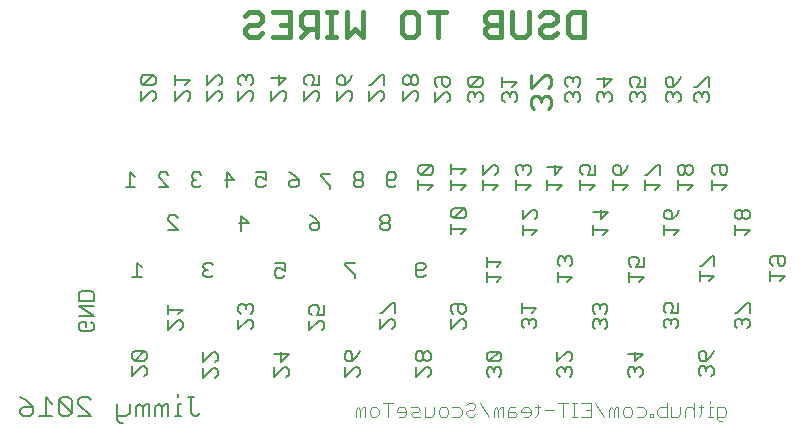
<source format=gbo>
G75*
%MOIN*%
%OFA0B0*%
%FSLAX25Y25*%
%IPPOS*%
%LPD*%
%AMOC8*
5,1,8,0,0,1.08239X$1,22.5*
%
%ADD10C,0.00700*%
%ADD11C,0.00900*%
%ADD12C,0.00600*%
%ADD13C,0.01700*%
%ADD14C,0.00400*%
D10*
X0178492Y0038527D02*
X0178492Y0040162D01*
X0179309Y0040979D01*
X0180944Y0040979D01*
X0180944Y0039345D01*
X0182578Y0040979D02*
X0183396Y0040162D01*
X0183396Y0038527D01*
X0182578Y0037710D01*
X0179309Y0037710D01*
X0178492Y0038527D01*
X0178492Y0042866D02*
X0183396Y0042866D01*
X0178492Y0046136D01*
X0183396Y0046136D01*
X0183396Y0048023D02*
X0183396Y0050475D01*
X0182578Y0051292D01*
X0179309Y0051292D01*
X0178492Y0050475D01*
X0178492Y0048023D01*
X0183396Y0048023D01*
X0196306Y0055786D02*
X0199575Y0055786D01*
X0197941Y0055786D02*
X0197941Y0060690D01*
X0199575Y0059056D01*
X0219975Y0059056D02*
X0220793Y0058238D01*
X0219975Y0057421D01*
X0219975Y0056604D01*
X0220793Y0055786D01*
X0222427Y0055786D01*
X0223245Y0056604D01*
X0221610Y0058238D02*
X0220793Y0058238D01*
X0219975Y0059056D02*
X0219975Y0059873D01*
X0220793Y0060690D01*
X0222427Y0060690D01*
X0223245Y0059873D01*
X0243751Y0060494D02*
X0247020Y0060494D01*
X0247020Y0058041D01*
X0245385Y0058859D01*
X0244568Y0058859D01*
X0243751Y0058041D01*
X0243751Y0056407D01*
X0244568Y0055589D01*
X0246203Y0055589D01*
X0247020Y0056407D01*
X0256081Y0046470D02*
X0255263Y0045652D01*
X0255263Y0044018D01*
X0256081Y0043200D01*
X0257715Y0043200D02*
X0258533Y0044835D01*
X0258533Y0045652D01*
X0257715Y0046470D01*
X0256081Y0046470D01*
X0260167Y0046470D02*
X0260167Y0043200D01*
X0257715Y0043200D01*
X0258533Y0041313D02*
X0259350Y0041313D01*
X0260167Y0040496D01*
X0260167Y0038861D01*
X0259350Y0038044D01*
X0258533Y0041313D02*
X0255263Y0038044D01*
X0255263Y0041313D01*
X0236498Y0040890D02*
X0236498Y0039255D01*
X0235681Y0038438D01*
X0236498Y0040890D02*
X0235681Y0041707D01*
X0234863Y0041707D01*
X0231594Y0038438D01*
X0231594Y0041707D01*
X0232411Y0043594D02*
X0231594Y0044411D01*
X0231594Y0046046D01*
X0232411Y0046864D01*
X0233229Y0046864D01*
X0234046Y0046046D01*
X0234046Y0045229D01*
X0234046Y0046046D02*
X0234863Y0046864D01*
X0235681Y0046864D01*
X0236498Y0046046D01*
X0236498Y0044411D01*
X0235681Y0043594D01*
X0213010Y0045032D02*
X0211375Y0043397D01*
X0211375Y0041510D02*
X0212193Y0041510D01*
X0213010Y0040693D01*
X0213010Y0039058D01*
X0212193Y0038241D01*
X0211375Y0041510D02*
X0208106Y0038241D01*
X0208106Y0041510D01*
X0208106Y0043397D02*
X0208106Y0046667D01*
X0208106Y0045032D02*
X0213010Y0045032D01*
X0219850Y0030722D02*
X0219850Y0027452D01*
X0223119Y0030722D01*
X0223937Y0030722D01*
X0224754Y0029904D01*
X0224754Y0028270D01*
X0223937Y0027452D01*
X0223937Y0025565D02*
X0224754Y0024748D01*
X0224754Y0023113D01*
X0223937Y0022296D01*
X0223119Y0025565D02*
X0219850Y0022296D01*
X0219850Y0025565D01*
X0223119Y0025565D02*
X0223937Y0025565D01*
X0243429Y0025762D02*
X0243429Y0022493D01*
X0246698Y0025762D01*
X0247515Y0025762D01*
X0248333Y0024945D01*
X0248333Y0023310D01*
X0247515Y0022493D01*
X0245881Y0027649D02*
X0245881Y0030919D01*
X0243429Y0030101D02*
X0248333Y0030101D01*
X0245881Y0027649D01*
X0267098Y0028663D02*
X0267915Y0027846D01*
X0269550Y0027846D01*
X0269550Y0030298D01*
X0268733Y0031116D01*
X0267915Y0031116D01*
X0267098Y0030298D01*
X0267098Y0028663D01*
X0269550Y0027846D02*
X0271185Y0029481D01*
X0272002Y0031116D01*
X0271185Y0025959D02*
X0272002Y0025142D01*
X0272002Y0023507D01*
X0271185Y0022690D01*
X0270367Y0025959D02*
X0267098Y0022690D01*
X0267098Y0025959D01*
X0270367Y0025959D02*
X0271185Y0025959D01*
X0290767Y0025959D02*
X0290767Y0022690D01*
X0294037Y0025959D01*
X0294854Y0025959D01*
X0295671Y0025142D01*
X0295671Y0023507D01*
X0294854Y0022690D01*
X0294854Y0027846D02*
X0294037Y0027846D01*
X0293219Y0028663D01*
X0293219Y0030298D01*
X0292402Y0031116D01*
X0291585Y0031116D01*
X0290767Y0030298D01*
X0290767Y0028663D01*
X0291585Y0027846D01*
X0292402Y0027846D01*
X0293219Y0028663D01*
X0293219Y0030298D02*
X0294037Y0031116D01*
X0294854Y0031116D01*
X0295671Y0030298D01*
X0295671Y0028663D01*
X0294854Y0027846D01*
X0314346Y0028557D02*
X0315163Y0027740D01*
X0318433Y0031009D01*
X0315163Y0031009D01*
X0314346Y0030192D01*
X0314346Y0028557D01*
X0315163Y0027740D02*
X0318433Y0027740D01*
X0319250Y0028557D01*
X0319250Y0030192D01*
X0318433Y0031009D01*
X0318433Y0025853D02*
X0317615Y0025853D01*
X0316798Y0025035D01*
X0315981Y0025853D01*
X0315163Y0025853D01*
X0314346Y0025035D01*
X0314346Y0023401D01*
X0315163Y0022583D01*
X0316798Y0024218D02*
X0316798Y0025035D01*
X0318433Y0025853D02*
X0319250Y0025035D01*
X0319250Y0023401D01*
X0318433Y0022583D01*
X0337948Y0023401D02*
X0338766Y0022583D01*
X0337948Y0023401D02*
X0337948Y0025035D01*
X0338766Y0025853D01*
X0339583Y0025853D01*
X0340400Y0025035D01*
X0340400Y0024218D01*
X0340400Y0025035D02*
X0341218Y0025853D01*
X0342035Y0025853D01*
X0342852Y0025035D01*
X0342852Y0023401D01*
X0342035Y0022583D01*
X0342035Y0027740D02*
X0342852Y0028557D01*
X0342852Y0030192D01*
X0342035Y0031009D01*
X0341218Y0031009D01*
X0337948Y0027740D01*
X0337948Y0031009D01*
X0330161Y0038725D02*
X0330978Y0039542D01*
X0330978Y0041177D01*
X0330161Y0041995D01*
X0329344Y0041995D01*
X0328526Y0041177D01*
X0327709Y0041995D01*
X0326892Y0041995D01*
X0326074Y0041177D01*
X0326074Y0039542D01*
X0326892Y0038725D01*
X0328526Y0040360D02*
X0328526Y0041177D01*
X0329344Y0043881D02*
X0330978Y0045516D01*
X0326074Y0045516D01*
X0326074Y0043881D02*
X0326074Y0047151D01*
X0317694Y0054142D02*
X0319329Y0055777D01*
X0314425Y0055777D01*
X0314425Y0054142D02*
X0314425Y0057412D01*
X0314425Y0059299D02*
X0314425Y0062568D01*
X0314425Y0060934D02*
X0319329Y0060934D01*
X0317694Y0059299D01*
X0338003Y0060313D02*
X0338821Y0059496D01*
X0338003Y0060313D02*
X0338003Y0061948D01*
X0338821Y0062765D01*
X0339638Y0062765D01*
X0340455Y0061948D01*
X0340455Y0061130D01*
X0340455Y0061948D02*
X0341273Y0062765D01*
X0342090Y0062765D01*
X0342908Y0061948D01*
X0342908Y0060313D01*
X0342090Y0059496D01*
X0338003Y0057609D02*
X0338003Y0054339D01*
X0338003Y0055974D02*
X0342908Y0055974D01*
X0341273Y0054339D01*
X0349759Y0046137D02*
X0350577Y0046954D01*
X0351394Y0046954D01*
X0352211Y0046137D01*
X0352211Y0045319D01*
X0352211Y0046137D02*
X0353029Y0046954D01*
X0353846Y0046954D01*
X0354663Y0046137D01*
X0354663Y0044502D01*
X0353846Y0043685D01*
X0353846Y0041798D02*
X0353029Y0041798D01*
X0352211Y0040980D01*
X0351394Y0041798D01*
X0350577Y0041798D01*
X0349759Y0040980D01*
X0349759Y0039346D01*
X0350577Y0038528D01*
X0352211Y0040163D02*
X0352211Y0040980D01*
X0353846Y0041798D02*
X0354663Y0040980D01*
X0354663Y0039346D01*
X0353846Y0038528D01*
X0350577Y0043685D02*
X0349759Y0044502D01*
X0349759Y0046137D01*
X0361779Y0054142D02*
X0361779Y0057412D01*
X0361779Y0055777D02*
X0366683Y0055777D01*
X0365048Y0054142D01*
X0364231Y0059299D02*
X0365048Y0060934D01*
X0365048Y0061751D01*
X0364231Y0062568D01*
X0362596Y0062568D01*
X0361779Y0061751D01*
X0361779Y0060116D01*
X0362596Y0059299D01*
X0364231Y0059299D02*
X0366683Y0059299D01*
X0366683Y0062568D01*
X0373614Y0069890D02*
X0373614Y0073160D01*
X0373614Y0071525D02*
X0378518Y0071525D01*
X0376883Y0069890D01*
X0376066Y0075047D02*
X0374431Y0075047D01*
X0373614Y0075864D01*
X0373614Y0077499D01*
X0374431Y0078316D01*
X0375248Y0078316D01*
X0376066Y0077499D01*
X0376066Y0075047D01*
X0377700Y0076682D01*
X0378518Y0078316D01*
X0378098Y0084812D02*
X0378098Y0088081D01*
X0378098Y0086446D02*
X0383002Y0086446D01*
X0381367Y0084812D01*
X0389598Y0084812D02*
X0389598Y0088081D01*
X0389598Y0086446D02*
X0394502Y0086446D01*
X0392867Y0084812D01*
X0392867Y0089968D02*
X0392050Y0090785D01*
X0392050Y0093238D01*
X0390415Y0093238D02*
X0393685Y0093238D01*
X0394502Y0092420D01*
X0394502Y0090785D01*
X0393685Y0089968D01*
X0392867Y0089968D01*
X0390415Y0089968D02*
X0389598Y0090785D01*
X0389598Y0092420D01*
X0390415Y0093238D01*
X0383002Y0092420D02*
X0383002Y0090785D01*
X0382185Y0089968D01*
X0381367Y0089968D01*
X0380550Y0090785D01*
X0380550Y0092420D01*
X0379733Y0093238D01*
X0378915Y0093238D01*
X0378098Y0092420D01*
X0378098Y0090785D01*
X0378915Y0089968D01*
X0379733Y0089968D01*
X0380550Y0090785D01*
X0380550Y0092420D02*
X0381367Y0093238D01*
X0382185Y0093238D01*
X0383002Y0092420D01*
X0372002Y0093238D02*
X0372002Y0089968D01*
X0371185Y0093238D02*
X0367915Y0089968D01*
X0367098Y0089968D01*
X0367098Y0088081D02*
X0367098Y0084812D01*
X0367098Y0086446D02*
X0372002Y0086446D01*
X0370367Y0084812D01*
X0361502Y0086446D02*
X0359867Y0084812D01*
X0361502Y0086446D02*
X0356598Y0086446D01*
X0356598Y0084812D02*
X0356598Y0088081D01*
X0357415Y0089968D02*
X0356598Y0090785D01*
X0356598Y0092420D01*
X0357415Y0093238D01*
X0358233Y0093238D01*
X0359050Y0092420D01*
X0359050Y0089968D01*
X0357415Y0089968D01*
X0359050Y0089968D02*
X0360685Y0091603D01*
X0361502Y0093238D01*
X0350502Y0093238D02*
X0350502Y0089968D01*
X0348050Y0089968D01*
X0348867Y0091603D01*
X0348867Y0092420D01*
X0348050Y0093238D01*
X0346415Y0093238D01*
X0345598Y0092420D01*
X0345598Y0090785D01*
X0346415Y0089968D01*
X0345598Y0088081D02*
X0345598Y0084812D01*
X0345598Y0086446D02*
X0350502Y0086446D01*
X0348867Y0084812D01*
X0339502Y0086446D02*
X0337867Y0084812D01*
X0339502Y0086446D02*
X0334598Y0086446D01*
X0334598Y0084812D02*
X0334598Y0088081D01*
X0337050Y0089968D02*
X0337050Y0093238D01*
X0334598Y0092420D02*
X0339502Y0092420D01*
X0337050Y0089968D01*
X0329002Y0090785D02*
X0329002Y0092420D01*
X0328185Y0093238D01*
X0327367Y0093238D01*
X0326550Y0092420D01*
X0325733Y0093238D01*
X0324915Y0093238D01*
X0324098Y0092420D01*
X0324098Y0090785D01*
X0324915Y0089968D01*
X0324098Y0088081D02*
X0324098Y0084812D01*
X0324098Y0086446D02*
X0329002Y0086446D01*
X0327367Y0084812D01*
X0328185Y0089968D02*
X0329002Y0090785D01*
X0326550Y0091603D02*
X0326550Y0092420D01*
X0318002Y0092420D02*
X0318002Y0090785D01*
X0317185Y0089968D01*
X0318002Y0092420D02*
X0317185Y0093238D01*
X0316367Y0093238D01*
X0313098Y0089968D01*
X0313098Y0093238D01*
X0307502Y0091800D02*
X0302598Y0091800D01*
X0302598Y0093434D02*
X0302598Y0090165D01*
X0302598Y0088278D02*
X0302598Y0085009D01*
X0302598Y0086643D02*
X0307502Y0086643D01*
X0305867Y0085009D01*
X0313098Y0084812D02*
X0313098Y0088081D01*
X0313098Y0086446D02*
X0318002Y0086446D01*
X0316367Y0084812D01*
X0307494Y0077893D02*
X0306677Y0078710D01*
X0303407Y0075441D01*
X0302590Y0076258D01*
X0302590Y0077893D01*
X0303407Y0078710D01*
X0306677Y0078710D01*
X0307494Y0077893D02*
X0307494Y0076258D01*
X0306677Y0075441D01*
X0303407Y0075441D01*
X0302590Y0073554D02*
X0302590Y0070284D01*
X0302590Y0071919D02*
X0307494Y0071919D01*
X0305859Y0070284D01*
X0326366Y0069890D02*
X0326366Y0073160D01*
X0326366Y0071525D02*
X0331270Y0071525D01*
X0329635Y0069890D01*
X0330452Y0075047D02*
X0331270Y0075864D01*
X0331270Y0077499D01*
X0330452Y0078316D01*
X0329635Y0078316D01*
X0326366Y0075047D01*
X0326366Y0078316D01*
X0349944Y0077499D02*
X0354849Y0077499D01*
X0352396Y0075047D01*
X0352396Y0078316D01*
X0349944Y0073160D02*
X0349944Y0069890D01*
X0349944Y0071525D02*
X0354849Y0071525D01*
X0353214Y0069890D01*
X0385358Y0059693D02*
X0386175Y0059693D01*
X0389445Y0062962D01*
X0390262Y0062962D01*
X0390262Y0059693D01*
X0385358Y0057806D02*
X0385358Y0054536D01*
X0385358Y0056171D02*
X0390262Y0056171D01*
X0388627Y0054536D01*
X0378242Y0047151D02*
X0378242Y0043881D01*
X0375790Y0043881D01*
X0376608Y0045516D01*
X0376608Y0046334D01*
X0375790Y0047151D01*
X0374155Y0047151D01*
X0373338Y0046334D01*
X0373338Y0044699D01*
X0374155Y0043881D01*
X0374155Y0041995D02*
X0373338Y0041177D01*
X0373338Y0039542D01*
X0374155Y0038725D01*
X0375790Y0040360D02*
X0375790Y0041177D01*
X0374973Y0041995D01*
X0374155Y0041995D01*
X0375790Y0041177D02*
X0376608Y0041995D01*
X0377425Y0041995D01*
X0378242Y0041177D01*
X0378242Y0039542D01*
X0377425Y0038725D01*
X0385157Y0030389D02*
X0385974Y0031206D01*
X0386792Y0031206D01*
X0387609Y0030389D01*
X0387609Y0027937D01*
X0385974Y0027937D01*
X0385157Y0028754D01*
X0385157Y0030389D01*
X0387609Y0027937D02*
X0389244Y0029571D01*
X0390061Y0031206D01*
X0389244Y0026050D02*
X0388426Y0026050D01*
X0387609Y0025232D01*
X0386792Y0026050D01*
X0385974Y0026050D01*
X0385157Y0025232D01*
X0385157Y0023598D01*
X0385974Y0022780D01*
X0387609Y0024415D02*
X0387609Y0025232D01*
X0389244Y0026050D02*
X0390061Y0025232D01*
X0390061Y0023598D01*
X0389244Y0022780D01*
X0366408Y0023401D02*
X0366408Y0025035D01*
X0365590Y0025853D01*
X0364773Y0025853D01*
X0363955Y0025035D01*
X0363138Y0025853D01*
X0362321Y0025853D01*
X0361503Y0025035D01*
X0361503Y0023401D01*
X0362321Y0022583D01*
X0363955Y0024218D02*
X0363955Y0025035D01*
X0363955Y0027740D02*
X0363955Y0031009D01*
X0361503Y0030192D02*
X0366408Y0030192D01*
X0363955Y0027740D01*
X0366408Y0023401D02*
X0365590Y0022583D01*
X0397114Y0039542D02*
X0397931Y0038725D01*
X0397114Y0039542D02*
X0397114Y0041177D01*
X0397931Y0041995D01*
X0398748Y0041995D01*
X0399566Y0041177D01*
X0399566Y0040360D01*
X0399566Y0041177D02*
X0400383Y0041995D01*
X0401200Y0041995D01*
X0402018Y0041177D01*
X0402018Y0039542D01*
X0401200Y0038725D01*
X0402018Y0043881D02*
X0402018Y0047151D01*
X0401200Y0047151D01*
X0397931Y0043881D01*
X0397114Y0043881D01*
X0408921Y0054536D02*
X0408921Y0057806D01*
X0408921Y0056171D02*
X0413825Y0056171D01*
X0412190Y0054536D01*
X0412190Y0059693D02*
X0411373Y0060510D01*
X0411373Y0062962D01*
X0413008Y0062962D02*
X0413825Y0062145D01*
X0413825Y0060510D01*
X0413008Y0059693D01*
X0412190Y0059693D01*
X0409738Y0059693D02*
X0408921Y0060510D01*
X0408921Y0062145D01*
X0409738Y0062962D01*
X0413008Y0062962D01*
X0402097Y0071525D02*
X0400462Y0069890D01*
X0402097Y0071525D02*
X0397192Y0071525D01*
X0397192Y0069890D02*
X0397192Y0073160D01*
X0398010Y0075047D02*
X0398827Y0075047D01*
X0399644Y0075864D01*
X0399644Y0077499D01*
X0398827Y0078316D01*
X0398010Y0078316D01*
X0397192Y0077499D01*
X0397192Y0075864D01*
X0398010Y0075047D01*
X0399644Y0075864D02*
X0400462Y0075047D01*
X0401279Y0075047D01*
X0402097Y0075864D01*
X0402097Y0077499D01*
X0401279Y0078316D01*
X0400462Y0078316D01*
X0399644Y0077499D01*
X0372002Y0093238D02*
X0371185Y0093238D01*
X0374927Y0114119D02*
X0374110Y0114936D01*
X0374110Y0116571D01*
X0374927Y0117388D01*
X0375744Y0117388D01*
X0376562Y0116571D01*
X0376562Y0115754D01*
X0376562Y0116571D02*
X0377379Y0117388D01*
X0378197Y0117388D01*
X0379014Y0116571D01*
X0379014Y0114936D01*
X0378197Y0114119D01*
X0383610Y0114936D02*
X0383610Y0116571D01*
X0384427Y0117388D01*
X0385244Y0117388D01*
X0386062Y0116571D01*
X0386062Y0115754D01*
X0386062Y0116571D02*
X0386879Y0117388D01*
X0387697Y0117388D01*
X0388514Y0116571D01*
X0388514Y0114936D01*
X0387697Y0114119D01*
X0384427Y0114119D02*
X0383610Y0114936D01*
X0383610Y0119275D02*
X0384427Y0119275D01*
X0387697Y0122545D01*
X0388514Y0122545D01*
X0388514Y0119275D01*
X0379014Y0122545D02*
X0378197Y0120910D01*
X0376562Y0119275D01*
X0376562Y0121727D01*
X0375744Y0122545D01*
X0374927Y0122545D01*
X0374110Y0121727D01*
X0374110Y0120093D01*
X0374927Y0119275D01*
X0376562Y0119275D01*
X0367014Y0119275D02*
X0367014Y0122545D01*
X0365379Y0121727D02*
X0365379Y0120910D01*
X0364562Y0119275D01*
X0367014Y0119275D01*
X0366197Y0117388D02*
X0365379Y0117388D01*
X0364562Y0116571D01*
X0363744Y0117388D01*
X0362927Y0117388D01*
X0362110Y0116571D01*
X0362110Y0114936D01*
X0362927Y0114119D01*
X0364562Y0115754D02*
X0364562Y0116571D01*
X0366197Y0117388D02*
X0367014Y0116571D01*
X0367014Y0114936D01*
X0366197Y0114119D01*
X0362927Y0119275D02*
X0362110Y0120093D01*
X0362110Y0121727D01*
X0362927Y0122545D01*
X0364562Y0122545D01*
X0365379Y0121727D01*
X0356014Y0121727D02*
X0353562Y0119275D01*
X0353562Y0122545D01*
X0351110Y0121727D02*
X0356014Y0121727D01*
X0345514Y0121727D02*
X0345514Y0120093D01*
X0344697Y0119275D01*
X0344697Y0117388D02*
X0343879Y0117388D01*
X0343062Y0116571D01*
X0342244Y0117388D01*
X0341427Y0117388D01*
X0340610Y0116571D01*
X0340610Y0114936D01*
X0341427Y0114119D01*
X0343062Y0115754D02*
X0343062Y0116571D01*
X0344697Y0117388D02*
X0345514Y0116571D01*
X0345514Y0114936D01*
X0344697Y0114119D01*
X0351110Y0114936D02*
X0351927Y0114119D01*
X0351110Y0114936D02*
X0351110Y0116571D01*
X0351927Y0117388D01*
X0352744Y0117388D01*
X0353562Y0116571D01*
X0353562Y0115754D01*
X0353562Y0116571D02*
X0354379Y0117388D01*
X0355197Y0117388D01*
X0356014Y0116571D01*
X0356014Y0114936D01*
X0355197Y0114119D01*
X0341427Y0119275D02*
X0340610Y0120093D01*
X0340610Y0121727D01*
X0341427Y0122545D01*
X0342244Y0122545D01*
X0343062Y0121727D01*
X0343062Y0120910D01*
X0343062Y0121727D02*
X0343879Y0122545D01*
X0344697Y0122545D01*
X0345514Y0121727D01*
X0324514Y0120910D02*
X0322879Y0119275D01*
X0322879Y0117388D02*
X0322062Y0116571D01*
X0321244Y0117388D01*
X0320427Y0117388D01*
X0319610Y0116571D01*
X0319610Y0114936D01*
X0320427Y0114119D01*
X0322062Y0115754D02*
X0322062Y0116571D01*
X0322879Y0117388D02*
X0323697Y0117388D01*
X0324514Y0116571D01*
X0324514Y0114936D01*
X0323697Y0114119D01*
X0319610Y0119275D02*
X0319610Y0122545D01*
X0319610Y0120910D02*
X0324514Y0120910D01*
X0313014Y0120093D02*
X0313014Y0121727D01*
X0312197Y0122545D01*
X0308927Y0119275D01*
X0308110Y0120093D01*
X0308110Y0121727D01*
X0308927Y0122545D01*
X0312197Y0122545D01*
X0313014Y0120093D02*
X0312197Y0119275D01*
X0308927Y0119275D01*
X0308927Y0117388D02*
X0308110Y0116571D01*
X0308110Y0114936D01*
X0308927Y0114119D01*
X0310562Y0115754D02*
X0310562Y0116571D01*
X0309744Y0117388D01*
X0308927Y0117388D01*
X0310562Y0116571D02*
X0311379Y0117388D01*
X0312197Y0117388D01*
X0313014Y0116571D01*
X0313014Y0114936D01*
X0312197Y0114119D01*
X0302014Y0114936D02*
X0302014Y0116571D01*
X0301197Y0117388D01*
X0300379Y0117388D01*
X0297110Y0114119D01*
X0297110Y0117388D01*
X0297927Y0119275D02*
X0297110Y0120093D01*
X0297110Y0121727D01*
X0297927Y0122545D01*
X0301197Y0122545D01*
X0302014Y0121727D01*
X0302014Y0120093D01*
X0301197Y0119275D01*
X0300379Y0119275D01*
X0299562Y0120093D01*
X0299562Y0122545D01*
X0291514Y0122227D02*
X0291514Y0120593D01*
X0290697Y0119775D01*
X0289879Y0119775D01*
X0289062Y0120593D01*
X0289062Y0122227D01*
X0288244Y0123045D01*
X0287427Y0123045D01*
X0286610Y0122227D01*
X0286610Y0120593D01*
X0287427Y0119775D01*
X0288244Y0119775D01*
X0289062Y0120593D01*
X0289062Y0122227D02*
X0289879Y0123045D01*
X0290697Y0123045D01*
X0291514Y0122227D01*
X0290697Y0117888D02*
X0291514Y0117071D01*
X0291514Y0115436D01*
X0290697Y0114619D01*
X0289879Y0117888D02*
X0286610Y0114619D01*
X0286610Y0117888D01*
X0289879Y0117888D02*
X0290697Y0117888D01*
X0280014Y0117071D02*
X0280014Y0115436D01*
X0279197Y0114619D01*
X0280014Y0117071D02*
X0279197Y0117888D01*
X0278379Y0117888D01*
X0275110Y0114619D01*
X0275110Y0117888D01*
X0275110Y0119775D02*
X0275927Y0119775D01*
X0279197Y0123045D01*
X0280014Y0123045D01*
X0280014Y0119775D01*
X0269514Y0117071D02*
X0269514Y0115436D01*
X0268697Y0114619D01*
X0269514Y0117071D02*
X0268697Y0117888D01*
X0267879Y0117888D01*
X0264610Y0114619D01*
X0264610Y0117888D01*
X0265427Y0119775D02*
X0264610Y0120593D01*
X0264610Y0122227D01*
X0265427Y0123045D01*
X0266244Y0123045D01*
X0267062Y0122227D01*
X0267062Y0119775D01*
X0265427Y0119775D01*
X0267062Y0119775D02*
X0268697Y0121410D01*
X0269514Y0123045D01*
X0258514Y0123045D02*
X0258514Y0119775D01*
X0256062Y0119775D01*
X0256879Y0121410D01*
X0256879Y0122227D01*
X0256062Y0123045D01*
X0254427Y0123045D01*
X0253610Y0122227D01*
X0253610Y0120593D01*
X0254427Y0119775D01*
X0253610Y0117888D02*
X0253610Y0114619D01*
X0256879Y0117888D01*
X0257697Y0117888D01*
X0258514Y0117071D01*
X0258514Y0115436D01*
X0257697Y0114619D01*
X0247514Y0115436D02*
X0246697Y0114619D01*
X0247514Y0115436D02*
X0247514Y0117071D01*
X0246697Y0117888D01*
X0245879Y0117888D01*
X0242610Y0114619D01*
X0242610Y0117888D01*
X0245062Y0119775D02*
X0245062Y0123045D01*
X0242610Y0122227D02*
X0247514Y0122227D01*
X0245062Y0119775D01*
X0236514Y0120593D02*
X0236514Y0122227D01*
X0235697Y0123045D01*
X0234879Y0123045D01*
X0234062Y0122227D01*
X0233244Y0123045D01*
X0232427Y0123045D01*
X0231610Y0122227D01*
X0231610Y0120593D01*
X0232427Y0119775D01*
X0231610Y0117888D02*
X0231610Y0114619D01*
X0234879Y0117888D01*
X0235697Y0117888D01*
X0236514Y0117071D01*
X0236514Y0115436D01*
X0235697Y0114619D01*
X0235697Y0119775D02*
X0236514Y0120593D01*
X0234062Y0121410D02*
X0234062Y0122227D01*
X0226014Y0122227D02*
X0226014Y0120593D01*
X0225197Y0119775D01*
X0225197Y0117888D02*
X0226014Y0117071D01*
X0226014Y0115436D01*
X0225197Y0114619D01*
X0224379Y0117888D02*
X0221110Y0114619D01*
X0221110Y0117888D01*
X0221110Y0119775D02*
X0224379Y0123045D01*
X0225197Y0123045D01*
X0226014Y0122227D01*
X0221110Y0123045D02*
X0221110Y0119775D01*
X0224379Y0117888D02*
X0225197Y0117888D01*
X0215514Y0117071D02*
X0215514Y0115436D01*
X0214697Y0114619D01*
X0215514Y0117071D02*
X0214697Y0117888D01*
X0213879Y0117888D01*
X0210610Y0114619D01*
X0210610Y0117888D01*
X0210610Y0119775D02*
X0210610Y0123045D01*
X0210610Y0121410D02*
X0215514Y0121410D01*
X0213879Y0119775D01*
X0204014Y0120593D02*
X0204014Y0122227D01*
X0203197Y0123045D01*
X0199927Y0119775D01*
X0199110Y0120593D01*
X0199110Y0122227D01*
X0199927Y0123045D01*
X0203197Y0123045D01*
X0204014Y0120593D02*
X0203197Y0119775D01*
X0199927Y0119775D01*
X0199110Y0117888D02*
X0199110Y0114619D01*
X0202379Y0117888D01*
X0203197Y0117888D01*
X0204014Y0117071D01*
X0204014Y0115436D01*
X0203197Y0114619D01*
X0205824Y0090769D02*
X0207459Y0090769D01*
X0208276Y0089952D01*
X0205824Y0090769D02*
X0205007Y0089952D01*
X0205007Y0089134D01*
X0208276Y0085865D01*
X0205007Y0085865D01*
X0197276Y0085865D02*
X0194007Y0085865D01*
X0195641Y0085865D02*
X0195641Y0090769D01*
X0197276Y0089134D01*
X0216007Y0089134D02*
X0216824Y0088317D01*
X0216007Y0087500D01*
X0216007Y0086682D01*
X0216824Y0085865D01*
X0218459Y0085865D01*
X0219276Y0086682D01*
X0217641Y0088317D02*
X0216824Y0088317D01*
X0216007Y0089134D02*
X0216007Y0089952D01*
X0216824Y0090769D01*
X0218459Y0090769D01*
X0219276Y0089952D01*
X0227007Y0088317D02*
X0230276Y0088317D01*
X0227824Y0090769D01*
X0227824Y0085865D01*
X0237507Y0086682D02*
X0238324Y0085865D01*
X0239959Y0085865D01*
X0240776Y0086682D01*
X0240776Y0088317D02*
X0239141Y0089134D01*
X0238324Y0089134D01*
X0237507Y0088317D01*
X0237507Y0086682D01*
X0240776Y0088317D02*
X0240776Y0090769D01*
X0237507Y0090769D01*
X0248507Y0090769D02*
X0250141Y0089952D01*
X0251776Y0088317D01*
X0249324Y0088317D01*
X0248507Y0087500D01*
X0248507Y0086682D01*
X0249324Y0085865D01*
X0250959Y0085865D01*
X0251776Y0086682D01*
X0251776Y0088317D01*
X0259007Y0089452D02*
X0262276Y0086182D01*
X0262276Y0085365D01*
X0270007Y0086682D02*
X0270824Y0085865D01*
X0272459Y0085865D01*
X0273276Y0086682D01*
X0273276Y0087500D01*
X0272459Y0088317D01*
X0270824Y0088317D01*
X0270007Y0087500D01*
X0270007Y0086682D01*
X0270824Y0088317D02*
X0270007Y0089134D01*
X0270007Y0089952D01*
X0270824Y0090769D01*
X0272459Y0090769D01*
X0273276Y0089952D01*
X0273276Y0089134D01*
X0272459Y0088317D01*
X0281007Y0088317D02*
X0283459Y0088317D01*
X0284276Y0089134D01*
X0284276Y0089952D01*
X0283459Y0090769D01*
X0281824Y0090769D01*
X0281007Y0089952D01*
X0281007Y0086682D01*
X0281824Y0085865D01*
X0283459Y0085865D01*
X0284276Y0086682D01*
X0291598Y0086446D02*
X0296502Y0086446D01*
X0294867Y0084812D01*
X0291598Y0084812D02*
X0291598Y0088081D01*
X0292415Y0089968D02*
X0291598Y0090785D01*
X0291598Y0092420D01*
X0292415Y0093238D01*
X0295685Y0093238D01*
X0292415Y0089968D01*
X0295685Y0089968D01*
X0296502Y0090785D01*
X0296502Y0092420D01*
X0295685Y0093238D01*
X0305867Y0090165D02*
X0307502Y0091800D01*
X0282237Y0075621D02*
X0282237Y0074804D01*
X0281419Y0073986D01*
X0279785Y0073986D01*
X0278967Y0073169D01*
X0278967Y0072352D01*
X0279785Y0071534D01*
X0281419Y0071534D01*
X0282237Y0072352D01*
X0282237Y0073169D01*
X0281419Y0073986D01*
X0279785Y0073986D02*
X0278967Y0074804D01*
X0278967Y0075621D01*
X0279785Y0076438D01*
X0281419Y0076438D01*
X0282237Y0075621D01*
X0258658Y0073986D02*
X0258658Y0072352D01*
X0257841Y0071534D01*
X0256206Y0071534D01*
X0255389Y0072352D01*
X0255389Y0073169D01*
X0256206Y0073986D01*
X0258658Y0073986D01*
X0257023Y0075621D01*
X0255389Y0076438D01*
X0235079Y0073789D02*
X0231810Y0073789D01*
X0232627Y0071337D02*
X0232627Y0076242D01*
X0235079Y0073789D01*
X0211410Y0075621D02*
X0210593Y0076438D01*
X0208958Y0076438D01*
X0208141Y0075621D01*
X0208141Y0074804D01*
X0211410Y0071534D01*
X0208141Y0071534D01*
X0259007Y0089452D02*
X0259007Y0090269D01*
X0262276Y0090269D01*
X0301197Y0114119D02*
X0302014Y0114936D01*
X0293254Y0060690D02*
X0291619Y0060690D01*
X0290802Y0059873D01*
X0290802Y0056604D01*
X0291619Y0055786D01*
X0293254Y0055786D01*
X0294071Y0056604D01*
X0293254Y0058238D02*
X0290802Y0058238D01*
X0293254Y0058238D02*
X0294071Y0059056D01*
X0294071Y0059873D01*
X0293254Y0060690D01*
X0270599Y0060584D02*
X0267329Y0060584D01*
X0267329Y0059767D01*
X0270599Y0056497D01*
X0270599Y0055680D01*
X0279659Y0043791D02*
X0282929Y0047060D01*
X0283746Y0047060D01*
X0283746Y0043791D01*
X0282929Y0041904D02*
X0283746Y0041087D01*
X0283746Y0039452D01*
X0282929Y0038635D01*
X0282111Y0041904D02*
X0278842Y0038635D01*
X0278842Y0041904D01*
X0278842Y0043791D02*
X0279659Y0043791D01*
X0282111Y0041904D02*
X0282929Y0041904D01*
X0302511Y0041798D02*
X0302511Y0038528D01*
X0305781Y0041798D01*
X0306598Y0041798D01*
X0307415Y0040980D01*
X0307415Y0039346D01*
X0306598Y0038528D01*
X0306598Y0043685D02*
X0305781Y0043685D01*
X0304963Y0044502D01*
X0304963Y0046954D01*
X0303329Y0046954D02*
X0306598Y0046954D01*
X0307415Y0046137D01*
X0307415Y0044502D01*
X0306598Y0043685D01*
X0303329Y0043685D02*
X0302511Y0044502D01*
X0302511Y0046137D01*
X0303329Y0046954D01*
X0201085Y0030495D02*
X0201085Y0028860D01*
X0200267Y0028043D01*
X0196998Y0028043D01*
X0200267Y0031312D01*
X0196998Y0031312D01*
X0196181Y0030495D01*
X0196181Y0028860D01*
X0196998Y0028043D01*
X0196181Y0026156D02*
X0196181Y0022887D01*
X0199450Y0026156D01*
X0200267Y0026156D01*
X0201085Y0025339D01*
X0201085Y0023704D01*
X0200267Y0022887D01*
X0201085Y0030495D02*
X0200267Y0031312D01*
D11*
X0329210Y0112995D02*
X0330327Y0111877D01*
X0329210Y0112995D02*
X0329210Y0115230D01*
X0330327Y0116348D01*
X0331445Y0116348D01*
X0332563Y0115230D01*
X0332563Y0114112D01*
X0332563Y0115230D02*
X0333680Y0116348D01*
X0334798Y0116348D01*
X0335915Y0115230D01*
X0335915Y0112995D01*
X0334798Y0111877D01*
X0334798Y0118875D02*
X0335915Y0119993D01*
X0335915Y0122228D01*
X0334798Y0123346D01*
X0333680Y0123346D01*
X0329210Y0118875D01*
X0329210Y0123346D01*
D12*
X0158857Y0011565D02*
X0158857Y0010497D01*
X0159924Y0009430D01*
X0162060Y0009430D01*
X0163127Y0010497D01*
X0163127Y0012633D01*
X0159924Y0012633D01*
X0158857Y0011565D01*
X0160992Y0014768D02*
X0163127Y0012633D01*
X0160992Y0014768D02*
X0158857Y0015835D01*
X0167437Y0015835D02*
X0169573Y0013700D01*
X0171748Y0014768D02*
X0176018Y0010497D01*
X0174951Y0009430D01*
X0172815Y0009430D01*
X0171748Y0010497D01*
X0171748Y0014768D01*
X0172815Y0015835D01*
X0174951Y0015835D01*
X0176018Y0014768D01*
X0176018Y0010497D01*
X0178193Y0009430D02*
X0182464Y0009430D01*
X0178193Y0013700D01*
X0178193Y0014768D01*
X0179261Y0015835D01*
X0181396Y0015835D01*
X0182464Y0014768D01*
X0191084Y0013700D02*
X0191084Y0008362D01*
X0192152Y0007295D01*
X0193219Y0007295D01*
X0194287Y0009430D02*
X0191084Y0009430D01*
X0194287Y0009430D02*
X0195355Y0010497D01*
X0195355Y0013700D01*
X0197530Y0012633D02*
X0197530Y0009430D01*
X0199665Y0009430D02*
X0199665Y0012633D01*
X0198597Y0013700D01*
X0197530Y0012633D01*
X0199665Y0012633D02*
X0200732Y0013700D01*
X0201800Y0013700D01*
X0201800Y0009430D01*
X0203975Y0009430D02*
X0203975Y0012633D01*
X0205043Y0013700D01*
X0206110Y0012633D01*
X0206110Y0009430D01*
X0208246Y0009430D02*
X0208246Y0013700D01*
X0207178Y0013700D01*
X0206110Y0012633D01*
X0211475Y0013700D02*
X0211475Y0009430D01*
X0212543Y0009430D02*
X0210407Y0009430D01*
X0215785Y0010497D02*
X0215785Y0015835D01*
X0214718Y0015835D02*
X0216853Y0015835D01*
X0212543Y0013700D02*
X0211475Y0013700D01*
X0211475Y0015835D02*
X0211475Y0016903D01*
X0215785Y0010497D02*
X0216853Y0009430D01*
X0217920Y0009430D01*
X0218988Y0010497D01*
X0169573Y0009430D02*
X0165302Y0009430D01*
X0167437Y0009430D02*
X0167437Y0015835D01*
D13*
X0235303Y0135807D02*
X0233919Y0137191D01*
X0233919Y0138576D01*
X0235303Y0139960D01*
X0238073Y0139960D01*
X0239457Y0141345D01*
X0239457Y0142729D01*
X0238073Y0144114D01*
X0235303Y0144114D01*
X0233919Y0142729D01*
X0243127Y0144114D02*
X0248665Y0144114D01*
X0248665Y0135807D01*
X0243127Y0135807D01*
X0239457Y0137191D02*
X0238073Y0135807D01*
X0235303Y0135807D01*
X0245896Y0139960D02*
X0248665Y0139960D01*
X0252335Y0139960D02*
X0253719Y0138576D01*
X0257873Y0138576D01*
X0255104Y0138576D02*
X0252335Y0135807D01*
X0252335Y0139960D02*
X0252335Y0142729D01*
X0253719Y0144114D01*
X0257873Y0144114D01*
X0257873Y0135807D01*
X0261242Y0135807D02*
X0264011Y0135807D01*
X0262627Y0135807D02*
X0262627Y0144114D01*
X0264011Y0144114D02*
X0261242Y0144114D01*
X0267681Y0144114D02*
X0267681Y0135807D01*
X0270450Y0138576D01*
X0273219Y0135807D01*
X0273219Y0144114D01*
X0286097Y0142729D02*
X0287481Y0144114D01*
X0290250Y0144114D01*
X0291635Y0142729D01*
X0291635Y0137191D01*
X0290250Y0135807D01*
X0287481Y0135807D01*
X0286097Y0137191D01*
X0286097Y0142729D01*
X0295305Y0144114D02*
X0300843Y0144114D01*
X0298074Y0144114D02*
X0298074Y0135807D01*
X0313720Y0137191D02*
X0315105Y0135807D01*
X0319259Y0135807D01*
X0319259Y0144114D01*
X0315105Y0144114D01*
X0313720Y0142729D01*
X0313720Y0141345D01*
X0315105Y0139960D01*
X0319259Y0139960D01*
X0315105Y0139960D02*
X0313720Y0138576D01*
X0313720Y0137191D01*
X0322928Y0137191D02*
X0322928Y0144114D01*
X0328466Y0144114D02*
X0328466Y0137191D01*
X0327082Y0135807D01*
X0324313Y0135807D01*
X0322928Y0137191D01*
X0332136Y0137191D02*
X0333521Y0135807D01*
X0336290Y0135807D01*
X0337674Y0137191D01*
X0341344Y0137191D02*
X0341344Y0142729D01*
X0342729Y0144114D01*
X0346882Y0144114D01*
X0346882Y0135807D01*
X0342729Y0135807D01*
X0341344Y0137191D01*
X0337674Y0141345D02*
X0336290Y0139960D01*
X0333521Y0139960D01*
X0332136Y0138576D01*
X0332136Y0137191D01*
X0337674Y0141345D02*
X0337674Y0142729D01*
X0336290Y0144114D01*
X0333521Y0144114D01*
X0332136Y0142729D01*
D14*
X0388914Y0014701D02*
X0388914Y0013934D01*
X0388914Y0012399D02*
X0388914Y0009330D01*
X0389681Y0009330D02*
X0388146Y0009330D01*
X0385844Y0010097D02*
X0385077Y0009330D01*
X0385844Y0010097D02*
X0385844Y0013167D01*
X0385077Y0012399D02*
X0386612Y0012399D01*
X0388914Y0012399D02*
X0389681Y0012399D01*
X0391216Y0012399D02*
X0393518Y0012399D01*
X0394285Y0011632D01*
X0394285Y0010097D01*
X0393518Y0009330D01*
X0391216Y0009330D01*
X0391216Y0008563D02*
X0391216Y0012399D01*
X0383542Y0011632D02*
X0382775Y0012399D01*
X0381240Y0012399D01*
X0380473Y0011632D01*
X0380473Y0009330D01*
X0378938Y0010097D02*
X0378938Y0012399D01*
X0378938Y0010097D02*
X0378171Y0009330D01*
X0375869Y0009330D01*
X0375869Y0012399D01*
X0374335Y0012399D02*
X0372033Y0012399D01*
X0371265Y0011632D01*
X0371265Y0010097D01*
X0372033Y0009330D01*
X0374335Y0009330D01*
X0374335Y0013934D01*
X0367429Y0011632D02*
X0367429Y0010097D01*
X0366661Y0009330D01*
X0364359Y0009330D01*
X0362825Y0010097D02*
X0362057Y0009330D01*
X0360523Y0009330D01*
X0359755Y0010097D01*
X0359755Y0011632D01*
X0360523Y0012399D01*
X0362057Y0012399D01*
X0362825Y0011632D01*
X0362825Y0010097D01*
X0364359Y0012399D02*
X0366661Y0012399D01*
X0367429Y0011632D01*
X0368963Y0010097D02*
X0368963Y0009330D01*
X0369731Y0009330D01*
X0369731Y0010097D01*
X0368963Y0010097D01*
X0358221Y0009330D02*
X0358221Y0012399D01*
X0357454Y0012399D01*
X0356686Y0011632D01*
X0355919Y0012399D01*
X0355152Y0011632D01*
X0355152Y0009330D01*
X0356686Y0009330D02*
X0356686Y0011632D01*
X0353617Y0009330D02*
X0350548Y0013934D01*
X0349013Y0013934D02*
X0349013Y0009330D01*
X0345944Y0009330D01*
X0344409Y0009330D02*
X0342874Y0009330D01*
X0343642Y0009330D02*
X0343642Y0013934D01*
X0344409Y0013934D02*
X0342874Y0013934D01*
X0341340Y0013934D02*
X0338271Y0013934D01*
X0339805Y0013934D02*
X0339805Y0009330D01*
X0336736Y0011632D02*
X0333667Y0011632D01*
X0332132Y0012399D02*
X0330597Y0012399D01*
X0331365Y0013167D02*
X0331365Y0010097D01*
X0330597Y0009330D01*
X0329063Y0010097D02*
X0329063Y0011632D01*
X0328295Y0012399D01*
X0326761Y0012399D01*
X0325993Y0011632D01*
X0325993Y0010865D01*
X0329063Y0010865D01*
X0329063Y0010097D02*
X0328295Y0009330D01*
X0326761Y0009330D01*
X0324459Y0010097D02*
X0323691Y0010865D01*
X0321389Y0010865D01*
X0321389Y0011632D02*
X0321389Y0009330D01*
X0323691Y0009330D01*
X0324459Y0010097D01*
X0323691Y0012399D02*
X0322157Y0012399D01*
X0321389Y0011632D01*
X0319855Y0012399D02*
X0319088Y0012399D01*
X0318320Y0011632D01*
X0317553Y0012399D01*
X0316786Y0011632D01*
X0316786Y0009330D01*
X0318320Y0009330D02*
X0318320Y0011632D01*
X0319855Y0012399D02*
X0319855Y0009330D01*
X0315251Y0009330D02*
X0312182Y0013934D01*
X0310647Y0013167D02*
X0310647Y0012399D01*
X0309880Y0011632D01*
X0308345Y0011632D01*
X0307578Y0010865D01*
X0307578Y0010097D01*
X0308345Y0009330D01*
X0309880Y0009330D01*
X0310647Y0010097D01*
X0306043Y0010097D02*
X0306043Y0011632D01*
X0305276Y0012399D01*
X0302974Y0012399D01*
X0301439Y0011632D02*
X0301439Y0010097D01*
X0300672Y0009330D01*
X0299137Y0009330D01*
X0298370Y0010097D01*
X0298370Y0011632D01*
X0299137Y0012399D01*
X0300672Y0012399D01*
X0301439Y0011632D01*
X0302974Y0009330D02*
X0305276Y0009330D01*
X0306043Y0010097D01*
X0307578Y0013167D02*
X0308345Y0013934D01*
X0309880Y0013934D01*
X0310647Y0013167D01*
X0296835Y0012399D02*
X0296835Y0010097D01*
X0296068Y0009330D01*
X0293766Y0009330D01*
X0293766Y0012399D01*
X0292231Y0011632D02*
X0291464Y0012399D01*
X0289162Y0012399D01*
X0289929Y0010865D02*
X0291464Y0010865D01*
X0292231Y0011632D01*
X0292231Y0009330D02*
X0289929Y0009330D01*
X0289162Y0010097D01*
X0289929Y0010865D01*
X0287627Y0010865D02*
X0284558Y0010865D01*
X0284558Y0011632D01*
X0285325Y0012399D01*
X0286860Y0012399D01*
X0287627Y0011632D01*
X0287627Y0010097D01*
X0286860Y0009330D01*
X0285325Y0009330D01*
X0281489Y0009330D02*
X0281489Y0013934D01*
X0283023Y0013934D02*
X0279954Y0013934D01*
X0277652Y0012399D02*
X0278419Y0011632D01*
X0278419Y0010097D01*
X0277652Y0009330D01*
X0276118Y0009330D01*
X0275350Y0010097D01*
X0275350Y0011632D01*
X0276118Y0012399D01*
X0277652Y0012399D01*
X0273816Y0012399D02*
X0273816Y0009330D01*
X0272281Y0009330D02*
X0272281Y0011632D01*
X0271514Y0012399D01*
X0270746Y0011632D01*
X0270746Y0009330D01*
X0272281Y0011632D02*
X0273048Y0012399D01*
X0273816Y0012399D01*
X0345944Y0013934D02*
X0349013Y0013934D01*
X0349013Y0011632D02*
X0347478Y0011632D01*
X0383542Y0013934D02*
X0383542Y0009330D01*
X0391216Y0008563D02*
X0391983Y0007795D01*
X0392750Y0007795D01*
M02*

</source>
